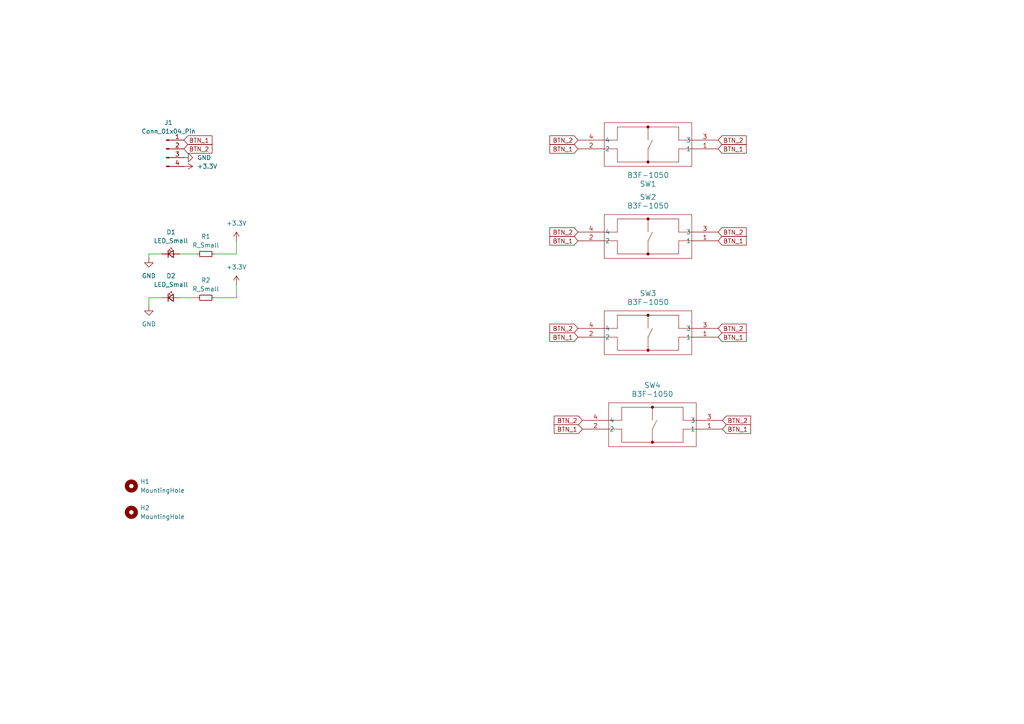
<source format=kicad_sch>
(kicad_sch
	(version 20231120)
	(generator "eeschema")
	(generator_version "8.0")
	(uuid "c6399d5b-af90-4236-8b84-8efefab4c55f")
	(paper "A4")
	(lib_symbols
		(symbol "B3F-1050:B3F-1050"
			(pin_names
				(offset 0.254)
			)
			(exclude_from_sim no)
			(in_bom yes)
			(on_board yes)
			(property "Reference" "SW"
				(at 20.32 10.16 0)
				(effects
					(font
						(size 1.524 1.524)
					)
				)
			)
			(property "Value" "B3F-1050"
				(at 20.32 7.62 0)
				(effects
					(font
						(size 1.524 1.524)
					)
				)
			)
			(property "Footprint" "SW_B3F-1050_OMR"
				(at 0 0 0)
				(effects
					(font
						(size 1.27 1.27)
						(italic yes)
					)
					(hide yes)
				)
			)
			(property "Datasheet" "B3F-1050"
				(at 0 0 0)
				(effects
					(font
						(size 1.27 1.27)
						(italic yes)
					)
					(hide yes)
				)
			)
			(property "Description" ""
				(at 0 0 0)
				(effects
					(font
						(size 1.27 1.27)
					)
					(hide yes)
				)
			)
			(property "ki_locked" ""
				(at 0 0 0)
				(effects
					(font
						(size 1.27 1.27)
					)
				)
			)
			(property "ki_keywords" "B3F-1050"
				(at 0 0 0)
				(effects
					(font
						(size 1.27 1.27)
					)
					(hide yes)
				)
			)
			(property "ki_fp_filters" "SW_B3F-1050_OMR"
				(at 0 0 0)
				(effects
					(font
						(size 1.27 1.27)
					)
					(hide yes)
				)
			)
			(symbol "B3F-1050_0_1"
				(polyline
					(pts
						(xy 7.62 -7.62) (xy 33.02 -7.62)
					)
					(stroke
						(width 0.127)
						(type default)
					)
					(fill
						(type none)
					)
				)
				(polyline
					(pts
						(xy 7.62 -2.54) (xy 11.43 -2.54)
					)
					(stroke
						(width 0.127)
						(type default)
					)
					(fill
						(type none)
					)
				)
				(polyline
					(pts
						(xy 7.62 0) (xy 11.43 0)
					)
					(stroke
						(width 0.127)
						(type default)
					)
					(fill
						(type none)
					)
				)
				(polyline
					(pts
						(xy 7.62 5.08) (xy 7.62 -7.62)
					)
					(stroke
						(width 0.127)
						(type default)
					)
					(fill
						(type none)
					)
				)
				(polyline
					(pts
						(xy 11.43 -6.35) (xy 29.21 -6.35)
					)
					(stroke
						(width 0.127)
						(type default)
					)
					(fill
						(type none)
					)
				)
				(polyline
					(pts
						(xy 11.43 -2.54) (xy 11.43 -6.35)
					)
					(stroke
						(width 0.127)
						(type default)
					)
					(fill
						(type none)
					)
				)
				(polyline
					(pts
						(xy 11.43 0) (xy 11.43 3.81)
					)
					(stroke
						(width 0.127)
						(type default)
					)
					(fill
						(type none)
					)
				)
				(polyline
					(pts
						(xy 20.32 -2.54) (xy 20.32 -6.35)
					)
					(stroke
						(width 0.127)
						(type default)
					)
					(fill
						(type none)
					)
				)
				(polyline
					(pts
						(xy 20.32 0) (xy 19.05 -2.54)
					)
					(stroke
						(width 0.127)
						(type default)
					)
					(fill
						(type none)
					)
				)
				(polyline
					(pts
						(xy 20.32 3.81) (xy 20.32 0)
					)
					(stroke
						(width 0.127)
						(type default)
					)
					(fill
						(type none)
					)
				)
				(polyline
					(pts
						(xy 29.21 -6.35) (xy 29.21 -2.54)
					)
					(stroke
						(width 0.127)
						(type default)
					)
					(fill
						(type none)
					)
				)
				(polyline
					(pts
						(xy 29.21 -2.54) (xy 33.02 -2.54)
					)
					(stroke
						(width 0.127)
						(type default)
					)
					(fill
						(type none)
					)
				)
				(polyline
					(pts
						(xy 29.21 0) (xy 29.21 3.81)
					)
					(stroke
						(width 0.127)
						(type default)
					)
					(fill
						(type none)
					)
				)
				(polyline
					(pts
						(xy 29.21 3.81) (xy 11.43 3.81)
					)
					(stroke
						(width 0.127)
						(type default)
					)
					(fill
						(type none)
					)
				)
				(polyline
					(pts
						(xy 33.02 -7.62) (xy 33.02 5.08)
					)
					(stroke
						(width 0.127)
						(type default)
					)
					(fill
						(type none)
					)
				)
				(polyline
					(pts
						(xy 33.02 0) (xy 29.21 0)
					)
					(stroke
						(width 0.127)
						(type default)
					)
					(fill
						(type none)
					)
				)
				(polyline
					(pts
						(xy 33.02 5.08) (xy 7.62 5.08)
					)
					(stroke
						(width 0.127)
						(type default)
					)
					(fill
						(type none)
					)
				)
				(circle
					(center 20.32 -6.35)
					(radius 0.254)
					(stroke
						(width 0.381)
						(type default)
					)
					(fill
						(type none)
					)
				)
				(circle
					(center 20.32 3.81)
					(radius 0.254)
					(stroke
						(width 0.381)
						(type default)
					)
					(fill
						(type none)
					)
				)
				(pin unspecified line
					(at 0 0 0)
					(length 7.62)
					(name "1"
						(effects
							(font
								(size 1.27 1.27)
							)
						)
					)
					(number "1"
						(effects
							(font
								(size 1.27 1.27)
							)
						)
					)
				)
				(pin unspecified line
					(at 40.64 0 180)
					(length 7.62)
					(name "2"
						(effects
							(font
								(size 1.27 1.27)
							)
						)
					)
					(number "2"
						(effects
							(font
								(size 1.27 1.27)
							)
						)
					)
				)
				(pin unspecified line
					(at 0 -2.54 0)
					(length 7.62)
					(name "3"
						(effects
							(font
								(size 1.27 1.27)
							)
						)
					)
					(number "3"
						(effects
							(font
								(size 1.27 1.27)
							)
						)
					)
				)
				(pin unspecified line
					(at 40.64 -2.54 180)
					(length 7.62)
					(name "4"
						(effects
							(font
								(size 1.27 1.27)
							)
						)
					)
					(number "4"
						(effects
							(font
								(size 1.27 1.27)
							)
						)
					)
				)
			)
		)
		(symbol "Connector:Conn_01x04_Pin"
			(pin_names
				(offset 1.016) hide)
			(exclude_from_sim no)
			(in_bom yes)
			(on_board yes)
			(property "Reference" "J"
				(at 0 5.08 0)
				(effects
					(font
						(size 1.27 1.27)
					)
				)
			)
			(property "Value" "Conn_01x04_Pin"
				(at 0 -7.62 0)
				(effects
					(font
						(size 1.27 1.27)
					)
				)
			)
			(property "Footprint" ""
				(at 0 0 0)
				(effects
					(font
						(size 1.27 1.27)
					)
					(hide yes)
				)
			)
			(property "Datasheet" "~"
				(at 0 0 0)
				(effects
					(font
						(size 1.27 1.27)
					)
					(hide yes)
				)
			)
			(property "Description" "Generic connector, single row, 01x04, script generated"
				(at 0 0 0)
				(effects
					(font
						(size 1.27 1.27)
					)
					(hide yes)
				)
			)
			(property "ki_locked" ""
				(at 0 0 0)
				(effects
					(font
						(size 1.27 1.27)
					)
				)
			)
			(property "ki_keywords" "connector"
				(at 0 0 0)
				(effects
					(font
						(size 1.27 1.27)
					)
					(hide yes)
				)
			)
			(property "ki_fp_filters" "Connector*:*_1x??_*"
				(at 0 0 0)
				(effects
					(font
						(size 1.27 1.27)
					)
					(hide yes)
				)
			)
			(symbol "Conn_01x04_Pin_1_1"
				(polyline
					(pts
						(xy 1.27 -5.08) (xy 0.8636 -5.08)
					)
					(stroke
						(width 0.1524)
						(type default)
					)
					(fill
						(type none)
					)
				)
				(polyline
					(pts
						(xy 1.27 -2.54) (xy 0.8636 -2.54)
					)
					(stroke
						(width 0.1524)
						(type default)
					)
					(fill
						(type none)
					)
				)
				(polyline
					(pts
						(xy 1.27 0) (xy 0.8636 0)
					)
					(stroke
						(width 0.1524)
						(type default)
					)
					(fill
						(type none)
					)
				)
				(polyline
					(pts
						(xy 1.27 2.54) (xy 0.8636 2.54)
					)
					(stroke
						(width 0.1524)
						(type default)
					)
					(fill
						(type none)
					)
				)
				(rectangle
					(start 0.8636 -4.953)
					(end 0 -5.207)
					(stroke
						(width 0.1524)
						(type default)
					)
					(fill
						(type outline)
					)
				)
				(rectangle
					(start 0.8636 -2.413)
					(end 0 -2.667)
					(stroke
						(width 0.1524)
						(type default)
					)
					(fill
						(type outline)
					)
				)
				(rectangle
					(start 0.8636 0.127)
					(end 0 -0.127)
					(stroke
						(width 0.1524)
						(type default)
					)
					(fill
						(type outline)
					)
				)
				(rectangle
					(start 0.8636 2.667)
					(end 0 2.413)
					(stroke
						(width 0.1524)
						(type default)
					)
					(fill
						(type outline)
					)
				)
				(pin passive line
					(at 5.08 2.54 180)
					(length 3.81)
					(name "Pin_1"
						(effects
							(font
								(size 1.27 1.27)
							)
						)
					)
					(number "1"
						(effects
							(font
								(size 1.27 1.27)
							)
						)
					)
				)
				(pin passive line
					(at 5.08 0 180)
					(length 3.81)
					(name "Pin_2"
						(effects
							(font
								(size 1.27 1.27)
							)
						)
					)
					(number "2"
						(effects
							(font
								(size 1.27 1.27)
							)
						)
					)
				)
				(pin passive line
					(at 5.08 -2.54 180)
					(length 3.81)
					(name "Pin_3"
						(effects
							(font
								(size 1.27 1.27)
							)
						)
					)
					(number "3"
						(effects
							(font
								(size 1.27 1.27)
							)
						)
					)
				)
				(pin passive line
					(at 5.08 -5.08 180)
					(length 3.81)
					(name "Pin_4"
						(effects
							(font
								(size 1.27 1.27)
							)
						)
					)
					(number "4"
						(effects
							(font
								(size 1.27 1.27)
							)
						)
					)
				)
			)
		)
		(symbol "Device:LED_Small"
			(pin_numbers hide)
			(pin_names
				(offset 0.254) hide)
			(exclude_from_sim no)
			(in_bom yes)
			(on_board yes)
			(property "Reference" "D"
				(at -1.27 3.175 0)
				(effects
					(font
						(size 1.27 1.27)
					)
					(justify left)
				)
			)
			(property "Value" "LED_Small"
				(at -4.445 -2.54 0)
				(effects
					(font
						(size 1.27 1.27)
					)
					(justify left)
				)
			)
			(property "Footprint" ""
				(at 0 0 90)
				(effects
					(font
						(size 1.27 1.27)
					)
					(hide yes)
				)
			)
			(property "Datasheet" "~"
				(at 0 0 90)
				(effects
					(font
						(size 1.27 1.27)
					)
					(hide yes)
				)
			)
			(property "Description" "Light emitting diode, small symbol"
				(at 0 0 0)
				(effects
					(font
						(size 1.27 1.27)
					)
					(hide yes)
				)
			)
			(property "ki_keywords" "LED diode light-emitting-diode"
				(at 0 0 0)
				(effects
					(font
						(size 1.27 1.27)
					)
					(hide yes)
				)
			)
			(property "ki_fp_filters" "LED* LED_SMD:* LED_THT:*"
				(at 0 0 0)
				(effects
					(font
						(size 1.27 1.27)
					)
					(hide yes)
				)
			)
			(symbol "LED_Small_0_1"
				(polyline
					(pts
						(xy -0.762 -1.016) (xy -0.762 1.016)
					)
					(stroke
						(width 0.254)
						(type default)
					)
					(fill
						(type none)
					)
				)
				(polyline
					(pts
						(xy 1.016 0) (xy -0.762 0)
					)
					(stroke
						(width 0)
						(type default)
					)
					(fill
						(type none)
					)
				)
				(polyline
					(pts
						(xy 0.762 -1.016) (xy -0.762 0) (xy 0.762 1.016) (xy 0.762 -1.016)
					)
					(stroke
						(width 0.254)
						(type default)
					)
					(fill
						(type none)
					)
				)
				(polyline
					(pts
						(xy 0 0.762) (xy -0.508 1.27) (xy -0.254 1.27) (xy -0.508 1.27) (xy -0.508 1.016)
					)
					(stroke
						(width 0)
						(type default)
					)
					(fill
						(type none)
					)
				)
				(polyline
					(pts
						(xy 0.508 1.27) (xy 0 1.778) (xy 0.254 1.778) (xy 0 1.778) (xy 0 1.524)
					)
					(stroke
						(width 0)
						(type default)
					)
					(fill
						(type none)
					)
				)
			)
			(symbol "LED_Small_1_1"
				(pin passive line
					(at -2.54 0 0)
					(length 1.778)
					(name "K"
						(effects
							(font
								(size 1.27 1.27)
							)
						)
					)
					(number "1"
						(effects
							(font
								(size 1.27 1.27)
							)
						)
					)
				)
				(pin passive line
					(at 2.54 0 180)
					(length 1.778)
					(name "A"
						(effects
							(font
								(size 1.27 1.27)
							)
						)
					)
					(number "2"
						(effects
							(font
								(size 1.27 1.27)
							)
						)
					)
				)
			)
		)
		(symbol "Device:R_Small"
			(pin_numbers hide)
			(pin_names
				(offset 0.254) hide)
			(exclude_from_sim no)
			(in_bom yes)
			(on_board yes)
			(property "Reference" "R"
				(at 0.762 0.508 0)
				(effects
					(font
						(size 1.27 1.27)
					)
					(justify left)
				)
			)
			(property "Value" "R_Small"
				(at 0.762 -1.016 0)
				(effects
					(font
						(size 1.27 1.27)
					)
					(justify left)
				)
			)
			(property "Footprint" ""
				(at 0 0 0)
				(effects
					(font
						(size 1.27 1.27)
					)
					(hide yes)
				)
			)
			(property "Datasheet" "~"
				(at 0 0 0)
				(effects
					(font
						(size 1.27 1.27)
					)
					(hide yes)
				)
			)
			(property "Description" "Resistor, small symbol"
				(at 0 0 0)
				(effects
					(font
						(size 1.27 1.27)
					)
					(hide yes)
				)
			)
			(property "ki_keywords" "R resistor"
				(at 0 0 0)
				(effects
					(font
						(size 1.27 1.27)
					)
					(hide yes)
				)
			)
			(property "ki_fp_filters" "R_*"
				(at 0 0 0)
				(effects
					(font
						(size 1.27 1.27)
					)
					(hide yes)
				)
			)
			(symbol "R_Small_0_1"
				(rectangle
					(start -0.762 1.778)
					(end 0.762 -1.778)
					(stroke
						(width 0.2032)
						(type default)
					)
					(fill
						(type none)
					)
				)
			)
			(symbol "R_Small_1_1"
				(pin passive line
					(at 0 2.54 270)
					(length 0.762)
					(name "~"
						(effects
							(font
								(size 1.27 1.27)
							)
						)
					)
					(number "1"
						(effects
							(font
								(size 1.27 1.27)
							)
						)
					)
				)
				(pin passive line
					(at 0 -2.54 90)
					(length 0.762)
					(name "~"
						(effects
							(font
								(size 1.27 1.27)
							)
						)
					)
					(number "2"
						(effects
							(font
								(size 1.27 1.27)
							)
						)
					)
				)
			)
		)
		(symbol "Mechanical:MountingHole"
			(pin_names
				(offset 1.016)
			)
			(exclude_from_sim yes)
			(in_bom no)
			(on_board yes)
			(property "Reference" "H"
				(at 0 5.08 0)
				(effects
					(font
						(size 1.27 1.27)
					)
				)
			)
			(property "Value" "MountingHole"
				(at 0 3.175 0)
				(effects
					(font
						(size 1.27 1.27)
					)
				)
			)
			(property "Footprint" ""
				(at 0 0 0)
				(effects
					(font
						(size 1.27 1.27)
					)
					(hide yes)
				)
			)
			(property "Datasheet" "~"
				(at 0 0 0)
				(effects
					(font
						(size 1.27 1.27)
					)
					(hide yes)
				)
			)
			(property "Description" "Mounting Hole without connection"
				(at 0 0 0)
				(effects
					(font
						(size 1.27 1.27)
					)
					(hide yes)
				)
			)
			(property "ki_keywords" "mounting hole"
				(at 0 0 0)
				(effects
					(font
						(size 1.27 1.27)
					)
					(hide yes)
				)
			)
			(property "ki_fp_filters" "MountingHole*"
				(at 0 0 0)
				(effects
					(font
						(size 1.27 1.27)
					)
					(hide yes)
				)
			)
			(symbol "MountingHole_0_1"
				(circle
					(center 0 0)
					(radius 1.27)
					(stroke
						(width 1.27)
						(type default)
					)
					(fill
						(type none)
					)
				)
			)
		)
		(symbol "power:+3.3V"
			(power)
			(pin_numbers hide)
			(pin_names
				(offset 0) hide)
			(exclude_from_sim no)
			(in_bom yes)
			(on_board yes)
			(property "Reference" "#PWR"
				(at 0 -3.81 0)
				(effects
					(font
						(size 1.27 1.27)
					)
					(hide yes)
				)
			)
			(property "Value" "+3.3V"
				(at 0 3.556 0)
				(effects
					(font
						(size 1.27 1.27)
					)
				)
			)
			(property "Footprint" ""
				(at 0 0 0)
				(effects
					(font
						(size 1.27 1.27)
					)
					(hide yes)
				)
			)
			(property "Datasheet" ""
				(at 0 0 0)
				(effects
					(font
						(size 1.27 1.27)
					)
					(hide yes)
				)
			)
			(property "Description" "Power symbol creates a global label with name \"+3.3V\""
				(at 0 0 0)
				(effects
					(font
						(size 1.27 1.27)
					)
					(hide yes)
				)
			)
			(property "ki_keywords" "global power"
				(at 0 0 0)
				(effects
					(font
						(size 1.27 1.27)
					)
					(hide yes)
				)
			)
			(symbol "+3.3V_0_1"
				(polyline
					(pts
						(xy -0.762 1.27) (xy 0 2.54)
					)
					(stroke
						(width 0)
						(type default)
					)
					(fill
						(type none)
					)
				)
				(polyline
					(pts
						(xy 0 0) (xy 0 2.54)
					)
					(stroke
						(width 0)
						(type default)
					)
					(fill
						(type none)
					)
				)
				(polyline
					(pts
						(xy 0 2.54) (xy 0.762 1.27)
					)
					(stroke
						(width 0)
						(type default)
					)
					(fill
						(type none)
					)
				)
			)
			(symbol "+3.3V_1_1"
				(pin power_in line
					(at 0 0 90)
					(length 0)
					(name "~"
						(effects
							(font
								(size 1.27 1.27)
							)
						)
					)
					(number "1"
						(effects
							(font
								(size 1.27 1.27)
							)
						)
					)
				)
			)
		)
		(symbol "power:GND"
			(power)
			(pin_numbers hide)
			(pin_names
				(offset 0) hide)
			(exclude_from_sim no)
			(in_bom yes)
			(on_board yes)
			(property "Reference" "#PWR"
				(at 0 -6.35 0)
				(effects
					(font
						(size 1.27 1.27)
					)
					(hide yes)
				)
			)
			(property "Value" "GND"
				(at 0 -3.81 0)
				(effects
					(font
						(size 1.27 1.27)
					)
				)
			)
			(property "Footprint" ""
				(at 0 0 0)
				(effects
					(font
						(size 1.27 1.27)
					)
					(hide yes)
				)
			)
			(property "Datasheet" ""
				(at 0 0 0)
				(effects
					(font
						(size 1.27 1.27)
					)
					(hide yes)
				)
			)
			(property "Description" "Power symbol creates a global label with name \"GND\" , ground"
				(at 0 0 0)
				(effects
					(font
						(size 1.27 1.27)
					)
					(hide yes)
				)
			)
			(property "ki_keywords" "global power"
				(at 0 0 0)
				(effects
					(font
						(size 1.27 1.27)
					)
					(hide yes)
				)
			)
			(symbol "GND_0_1"
				(polyline
					(pts
						(xy 0 0) (xy 0 -1.27) (xy 1.27 -1.27) (xy 0 -2.54) (xy -1.27 -1.27) (xy 0 -1.27)
					)
					(stroke
						(width 0)
						(type default)
					)
					(fill
						(type none)
					)
				)
			)
			(symbol "GND_1_1"
				(pin power_in line
					(at 0 0 270)
					(length 0)
					(name "~"
						(effects
							(font
								(size 1.27 1.27)
							)
						)
					)
					(number "1"
						(effects
							(font
								(size 1.27 1.27)
							)
						)
					)
				)
			)
		)
	)
	(wire
		(pts
			(xy 62.23 86.36) (xy 68.58 86.36)
		)
		(stroke
			(width 0)
			(type default)
		)
		(uuid "1735ace0-be44-4d81-ba93-e236f1e8c60d")
	)
	(wire
		(pts
			(xy 46.99 86.36) (xy 43.18 86.36)
		)
		(stroke
			(width 0)
			(type default)
		)
		(uuid "4ca21103-93ee-4f3a-853e-75ad5adf8377")
	)
	(wire
		(pts
			(xy 68.58 86.36) (xy 68.58 82.55)
		)
		(stroke
			(width 0)
			(type default)
		)
		(uuid "5390e58f-d959-42e3-82df-05330aada3b3")
	)
	(wire
		(pts
			(xy 43.18 73.66) (xy 43.18 74.93)
		)
		(stroke
			(width 0)
			(type default)
		)
		(uuid "5bfa8dcf-c4eb-4430-b798-8067c896fc7a")
	)
	(wire
		(pts
			(xy 46.99 73.66) (xy 43.18 73.66)
		)
		(stroke
			(width 0)
			(type default)
		)
		(uuid "ab8d8938-8f98-4245-8462-68326162cb80")
	)
	(wire
		(pts
			(xy 68.58 73.66) (xy 68.58 69.85)
		)
		(stroke
			(width 0)
			(type default)
		)
		(uuid "b9fee545-7137-49c8-9fe7-91ae96a865dc")
	)
	(wire
		(pts
			(xy 62.23 73.66) (xy 68.58 73.66)
		)
		(stroke
			(width 0)
			(type default)
		)
		(uuid "c472b096-fc1e-45ef-b50b-e27b2416f1ed")
	)
	(wire
		(pts
			(xy 43.18 86.36) (xy 43.18 88.9)
		)
		(stroke
			(width 0)
			(type default)
		)
		(uuid "ce75a1cb-ba74-4a82-a447-2f34b4f4ea02")
	)
	(wire
		(pts
			(xy 52.07 73.66) (xy 57.15 73.66)
		)
		(stroke
			(width 0)
			(type default)
		)
		(uuid "e2dd3634-783e-4de0-83a8-1dc9e953ed5f")
	)
	(wire
		(pts
			(xy 52.07 86.36) (xy 57.15 86.36)
		)
		(stroke
			(width 0)
			(type default)
		)
		(uuid "fdf91fa3-3c28-4add-9e72-ca9b53020a9f")
	)
	(global_label "BTN_2"
		(shape input)
		(at 208.28 40.64 0)
		(fields_autoplaced yes)
		(effects
			(font
				(size 1.27 1.27)
			)
			(justify left)
		)
		(uuid "0c5bf8f4-0dc1-41b3-80aa-d6138cd642d6")
		(property "Intersheetrefs" "${INTERSHEET_REFS}"
			(at 217.0104 40.64 0)
			(effects
				(font
					(size 1.27 1.27)
				)
				(justify left)
				(hide yes)
			)
		)
	)
	(global_label "BTN_1"
		(shape input)
		(at 53.34 40.64 0)
		(fields_autoplaced yes)
		(effects
			(font
				(size 1.27 1.27)
			)
			(justify left)
		)
		(uuid "1c21b87c-a17c-401e-aef5-54b69f5d5cf0")
		(property "Intersheetrefs" "${INTERSHEET_REFS}"
			(at 62.0704 40.64 0)
			(effects
				(font
					(size 1.27 1.27)
				)
				(justify left)
				(hide yes)
			)
		)
	)
	(global_label "BTN_1"
		(shape input)
		(at 208.28 43.18 0)
		(fields_autoplaced yes)
		(effects
			(font
				(size 1.27 1.27)
			)
			(justify left)
		)
		(uuid "282b3263-ea78-4089-95d5-2d83c22df31f")
		(property "Intersheetrefs" "${INTERSHEET_REFS}"
			(at 217.0104 43.18 0)
			(effects
				(font
					(size 1.27 1.27)
				)
				(justify left)
				(hide yes)
			)
		)
	)
	(global_label "BTN_2"
		(shape input)
		(at 167.64 95.25 180)
		(fields_autoplaced yes)
		(effects
			(font
				(size 1.27 1.27)
			)
			(justify right)
		)
		(uuid "2ebb0200-c534-4681-82b8-47dc71476c3a")
		(property "Intersheetrefs" "${INTERSHEET_REFS}"
			(at 158.9096 95.25 0)
			(effects
				(font
					(size 1.27 1.27)
				)
				(justify right)
				(hide yes)
			)
		)
	)
	(global_label "BTN_2"
		(shape input)
		(at 208.28 95.25 0)
		(fields_autoplaced yes)
		(effects
			(font
				(size 1.27 1.27)
			)
			(justify left)
		)
		(uuid "311cf2d8-7640-4af8-8dea-77e8b2736e34")
		(property "Intersheetrefs" "${INTERSHEET_REFS}"
			(at 217.0104 95.25 0)
			(effects
				(font
					(size 1.27 1.27)
				)
				(justify left)
				(hide yes)
			)
		)
	)
	(global_label "BTN_1"
		(shape input)
		(at 209.55 124.46 0)
		(fields_autoplaced yes)
		(effects
			(font
				(size 1.27 1.27)
			)
			(justify left)
		)
		(uuid "6985f9c7-2792-4dae-b9f1-2c6ef180c812")
		(property "Intersheetrefs" "${INTERSHEET_REFS}"
			(at 218.2804 124.46 0)
			(effects
				(font
					(size 1.27 1.27)
				)
				(justify left)
				(hide yes)
			)
		)
	)
	(global_label "BTN_1"
		(shape input)
		(at 208.28 97.79 0)
		(fields_autoplaced yes)
		(effects
			(font
				(size 1.27 1.27)
			)
			(justify left)
		)
		(uuid "6e04b6d4-56cf-426e-b754-4b5bc1b6ad8f")
		(property "Intersheetrefs" "${INTERSHEET_REFS}"
			(at 217.0104 97.79 0)
			(effects
				(font
					(size 1.27 1.27)
				)
				(justify left)
				(hide yes)
			)
		)
	)
	(global_label "BTN_1"
		(shape input)
		(at 167.64 97.79 180)
		(fields_autoplaced yes)
		(effects
			(font
				(size 1.27 1.27)
			)
			(justify right)
		)
		(uuid "6fbc13b8-776f-4acb-965a-8b60f7cdfb85")
		(property "Intersheetrefs" "${INTERSHEET_REFS}"
			(at 158.9096 97.79 0)
			(effects
				(font
					(size 1.27 1.27)
				)
				(justify right)
				(hide yes)
			)
		)
	)
	(global_label "BTN_2"
		(shape input)
		(at 53.34 43.18 0)
		(fields_autoplaced yes)
		(effects
			(font
				(size 1.27 1.27)
			)
			(justify left)
		)
		(uuid "995b4dcb-354d-43a4-b7fa-b189e0247f7e")
		(property "Intersheetrefs" "${INTERSHEET_REFS}"
			(at 62.0704 43.18 0)
			(effects
				(font
					(size 1.27 1.27)
				)
				(justify left)
				(hide yes)
			)
		)
	)
	(global_label "BTN_1"
		(shape input)
		(at 208.28 69.85 0)
		(fields_autoplaced yes)
		(effects
			(font
				(size 1.27 1.27)
			)
			(justify left)
		)
		(uuid "a17bdf30-33f6-4262-8707-aae354707244")
		(property "Intersheetrefs" "${INTERSHEET_REFS}"
			(at 217.0104 69.85 0)
			(effects
				(font
					(size 1.27 1.27)
				)
				(justify left)
				(hide yes)
			)
		)
	)
	(global_label "BTN_2"
		(shape input)
		(at 208.28 67.31 0)
		(fields_autoplaced yes)
		(effects
			(font
				(size 1.27 1.27)
			)
			(justify left)
		)
		(uuid "a9fd6806-e9ec-46a6-89f6-babf6e031a0b")
		(property "Intersheetrefs" "${INTERSHEET_REFS}"
			(at 217.0104 67.31 0)
			(effects
				(font
					(size 1.27 1.27)
				)
				(justify left)
				(hide yes)
			)
		)
	)
	(global_label "BTN_2"
		(shape input)
		(at 209.55 121.92 0)
		(fields_autoplaced yes)
		(effects
			(font
				(size 1.27 1.27)
			)
			(justify left)
		)
		(uuid "ab718bb7-c02a-413c-8a67-e6add70bc0a6")
		(property "Intersheetrefs" "${INTERSHEET_REFS}"
			(at 218.2804 121.92 0)
			(effects
				(font
					(size 1.27 1.27)
				)
				(justify left)
				(hide yes)
			)
		)
	)
	(global_label "BTN_2"
		(shape input)
		(at 167.64 67.31 180)
		(fields_autoplaced yes)
		(effects
			(font
				(size 1.27 1.27)
			)
			(justify right)
		)
		(uuid "d1462bed-7bf3-4914-af84-803c93bcfcc8")
		(property "Intersheetrefs" "${INTERSHEET_REFS}"
			(at 158.9096 67.31 0)
			(effects
				(font
					(size 1.27 1.27)
				)
				(justify right)
				(hide yes)
			)
		)
	)
	(global_label "BTN_1"
		(shape input)
		(at 167.64 69.85 180)
		(fields_autoplaced yes)
		(effects
			(font
				(size 1.27 1.27)
			)
			(justify right)
		)
		(uuid "d57cb771-8293-43ad-943e-bc9e917dd581")
		(property "Intersheetrefs" "${INTERSHEET_REFS}"
			(at 158.9096 69.85 0)
			(effects
				(font
					(size 1.27 1.27)
				)
				(justify right)
				(hide yes)
			)
		)
	)
	(global_label "BTN_2"
		(shape input)
		(at 167.64 40.64 180)
		(fields_autoplaced yes)
		(effects
			(font
				(size 1.27 1.27)
			)
			(justify right)
		)
		(uuid "d8ed6a21-1757-462c-ad04-be497d6a7cbb")
		(property "Intersheetrefs" "${INTERSHEET_REFS}"
			(at 158.9096 40.64 0)
			(effects
				(font
					(size 1.27 1.27)
				)
				(justify right)
				(hide yes)
			)
		)
	)
	(global_label "BTN_1"
		(shape input)
		(at 167.64 43.18 180)
		(fields_autoplaced yes)
		(effects
			(font
				(size 1.27 1.27)
			)
			(justify right)
		)
		(uuid "ee6f3354-4188-4513-9932-f8236731f368")
		(property "Intersheetrefs" "${INTERSHEET_REFS}"
			(at 158.9096 43.18 0)
			(effects
				(font
					(size 1.27 1.27)
				)
				(justify right)
				(hide yes)
			)
		)
	)
	(global_label "BTN_1"
		(shape input)
		(at 168.91 124.46 180)
		(fields_autoplaced yes)
		(effects
			(font
				(size 1.27 1.27)
			)
			(justify right)
		)
		(uuid "f6782600-38ff-4e5b-9104-995cd988f2f2")
		(property "Intersheetrefs" "${INTERSHEET_REFS}"
			(at 160.1796 124.46 0)
			(effects
				(font
					(size 1.27 1.27)
				)
				(justify right)
				(hide yes)
			)
		)
	)
	(global_label "BTN_2"
		(shape input)
		(at 168.91 121.92 180)
		(fields_autoplaced yes)
		(effects
			(font
				(size 1.27 1.27)
			)
			(justify right)
		)
		(uuid "f7fce7ca-3d9a-4190-842b-f46959000482")
		(property "Intersheetrefs" "${INTERSHEET_REFS}"
			(at 160.1796 121.92 0)
			(effects
				(font
					(size 1.27 1.27)
				)
				(justify right)
				(hide yes)
			)
		)
	)
	(symbol
		(lib_id "Device:LED_Small")
		(at 49.53 86.36 0)
		(unit 1)
		(exclude_from_sim no)
		(in_bom yes)
		(on_board yes)
		(dnp no)
		(fields_autoplaced yes)
		(uuid "0cec38e0-149a-41a1-8ce0-3b696ea19d7c")
		(property "Reference" "D2"
			(at 49.5935 80.01 0)
			(effects
				(font
					(size 1.27 1.27)
				)
			)
		)
		(property "Value" "LED_Small"
			(at 49.5935 82.55 0)
			(effects
				(font
					(size 1.27 1.27)
				)
			)
		)
		(property "Footprint" "LED_SMD:LED_0805_2012Metric"
			(at 49.53 86.36 90)
			(effects
				(font
					(size 1.27 1.27)
				)
				(hide yes)
			)
		)
		(property "Datasheet" "~"
			(at 49.53 86.36 90)
			(effects
				(font
					(size 1.27 1.27)
				)
				(hide yes)
			)
		)
		(property "Description" "Light emitting diode, small symbol"
			(at 49.53 86.36 0)
			(effects
				(font
					(size 1.27 1.27)
				)
				(hide yes)
			)
		)
		(pin "1"
			(uuid "573f3fcc-298f-408f-bf8f-b3b281d8bff1")
		)
		(pin "2"
			(uuid "43c858ef-b9f5-4676-b6ef-9ff4b4dab720")
		)
		(instances
			(project "Button100mm"
				(path "/c6399d5b-af90-4236-8b84-8efefab4c55f"
					(reference "D2")
					(unit 1)
				)
			)
		)
	)
	(symbol
		(lib_id "Device:R_Small")
		(at 59.69 73.66 90)
		(unit 1)
		(exclude_from_sim no)
		(in_bom yes)
		(on_board yes)
		(dnp no)
		(fields_autoplaced yes)
		(uuid "110d34e1-4324-44a8-9840-1be62562191d")
		(property "Reference" "R1"
			(at 59.69 68.58 90)
			(effects
				(font
					(size 1.27 1.27)
				)
			)
		)
		(property "Value" "R_Small"
			(at 59.69 71.12 90)
			(effects
				(font
					(size 1.27 1.27)
				)
			)
		)
		(property "Footprint" "Resistor_SMD:R_0805_2012Metric"
			(at 59.69 73.66 0)
			(effects
				(font
					(size 1.27 1.27)
				)
				(hide yes)
			)
		)
		(property "Datasheet" "~"
			(at 59.69 73.66 0)
			(effects
				(font
					(size 1.27 1.27)
				)
				(hide yes)
			)
		)
		(property "Description" "Resistor, small symbol"
			(at 59.69 73.66 0)
			(effects
				(font
					(size 1.27 1.27)
				)
				(hide yes)
			)
		)
		(pin "2"
			(uuid "43600622-63e6-474e-b386-513c9572cd62")
		)
		(pin "1"
			(uuid "4a2af263-9214-48bd-98cc-75487739d3d0")
		)
		(instances
			(project ""
				(path "/c6399d5b-af90-4236-8b84-8efefab4c55f"
					(reference "R1")
					(unit 1)
				)
			)
		)
	)
	(symbol
		(lib_id "power:GND")
		(at 43.18 74.93 0)
		(unit 1)
		(exclude_from_sim no)
		(in_bom yes)
		(on_board yes)
		(dnp no)
		(fields_autoplaced yes)
		(uuid "201d9e86-1aca-491d-805a-56a590921bf9")
		(property "Reference" "#PWR010"
			(at 43.18 81.28 0)
			(effects
				(font
					(size 1.27 1.27)
				)
				(hide yes)
			)
		)
		(property "Value" "GND"
			(at 43.18 80.01 0)
			(effects
				(font
					(size 1.27 1.27)
				)
			)
		)
		(property "Footprint" ""
			(at 43.18 74.93 0)
			(effects
				(font
					(size 1.27 1.27)
				)
				(hide yes)
			)
		)
		(property "Datasheet" ""
			(at 43.18 74.93 0)
			(effects
				(font
					(size 1.27 1.27)
				)
				(hide yes)
			)
		)
		(property "Description" "Power symbol creates a global label with name \"GND\" , ground"
			(at 43.18 74.93 0)
			(effects
				(font
					(size 1.27 1.27)
				)
				(hide yes)
			)
		)
		(pin "1"
			(uuid "bfca1910-785b-42b8-9c9e-ba87dc67c581")
		)
		(instances
			(project "Button100mm"
				(path "/c6399d5b-af90-4236-8b84-8efefab4c55f"
					(reference "#PWR010")
					(unit 1)
				)
			)
		)
	)
	(symbol
		(lib_id "power:+3.3V")
		(at 68.58 69.85 0)
		(unit 1)
		(exclude_from_sim no)
		(in_bom yes)
		(on_board yes)
		(dnp no)
		(fields_autoplaced yes)
		(uuid "2135131e-c7ff-4419-996f-0ff846a7e747")
		(property "Reference" "#PWR07"
			(at 68.58 73.66 0)
			(effects
				(font
					(size 1.27 1.27)
				)
				(hide yes)
			)
		)
		(property "Value" "+3.3V"
			(at 68.58 64.77 0)
			(effects
				(font
					(size 1.27 1.27)
				)
			)
		)
		(property "Footprint" ""
			(at 68.58 69.85 0)
			(effects
				(font
					(size 1.27 1.27)
				)
				(hide yes)
			)
		)
		(property "Datasheet" ""
			(at 68.58 69.85 0)
			(effects
				(font
					(size 1.27 1.27)
				)
				(hide yes)
			)
		)
		(property "Description" "Power symbol creates a global label with name \"+3.3V\""
			(at 68.58 69.85 0)
			(effects
				(font
					(size 1.27 1.27)
				)
				(hide yes)
			)
		)
		(pin "1"
			(uuid "7c42cac7-d979-4a39-a29c-3f418b889788")
		)
		(instances
			(project "Button100mm"
				(path "/c6399d5b-af90-4236-8b84-8efefab4c55f"
					(reference "#PWR07")
					(unit 1)
				)
			)
		)
	)
	(symbol
		(lib_id "power:GND")
		(at 43.18 88.9 0)
		(unit 1)
		(exclude_from_sim no)
		(in_bom yes)
		(on_board yes)
		(dnp no)
		(fields_autoplaced yes)
		(uuid "25147efb-6b8e-475d-bfed-71ce65bd07e7")
		(property "Reference" "#PWR09"
			(at 43.18 95.25 0)
			(effects
				(font
					(size 1.27 1.27)
				)
				(hide yes)
			)
		)
		(property "Value" "GND"
			(at 43.18 93.98 0)
			(effects
				(font
					(size 1.27 1.27)
				)
			)
		)
		(property "Footprint" ""
			(at 43.18 88.9 0)
			(effects
				(font
					(size 1.27 1.27)
				)
				(hide yes)
			)
		)
		(property "Datasheet" ""
			(at 43.18 88.9 0)
			(effects
				(font
					(size 1.27 1.27)
				)
				(hide yes)
			)
		)
		(property "Description" "Power symbol creates a global label with name \"GND\" , ground"
			(at 43.18 88.9 0)
			(effects
				(font
					(size 1.27 1.27)
				)
				(hide yes)
			)
		)
		(pin "1"
			(uuid "2b333615-c38f-437e-9f0a-05f4ce008195")
		)
		(instances
			(project "Button100mm"
				(path "/c6399d5b-af90-4236-8b84-8efefab4c55f"
					(reference "#PWR09")
					(unit 1)
				)
			)
		)
	)
	(symbol
		(lib_id "B3F-1050:B3F-1050")
		(at 208.28 43.18 180)
		(unit 1)
		(exclude_from_sim no)
		(in_bom yes)
		(on_board yes)
		(dnp no)
		(uuid "38128694-f43f-40b7-9a1e-22bce24ebf8d")
		(property "Reference" "SW1"
			(at 187.96 53.34 0)
			(effects
				(font
					(size 1.524 1.524)
				)
			)
		)
		(property "Value" "B3F-1050"
			(at 187.96 50.8 0)
			(effects
				(font
					(size 1.524 1.524)
				)
			)
		)
		(property "Footprint" "Footprints:SW_B3F-1050_OMR"
			(at 208.28 43.18 0)
			(effects
				(font
					(size 1.27 1.27)
					(italic yes)
				)
				(hide yes)
			)
		)
		(property "Datasheet" "B3F-1050"
			(at 208.28 43.18 0)
			(effects
				(font
					(size 1.27 1.27)
					(italic yes)
				)
				(hide yes)
			)
		)
		(property "Description" ""
			(at 208.28 43.18 0)
			(effects
				(font
					(size 1.27 1.27)
				)
				(hide yes)
			)
		)
		(pin "4"
			(uuid "f9c268de-7710-4fb9-8236-8291aab29bd8")
		)
		(pin "1"
			(uuid "0ec26053-7a3e-4dbd-b8a3-a349c3b65620")
		)
		(pin "2"
			(uuid "0c48bfbd-7305-4c66-a88b-96a597d16f95")
		)
		(pin "3"
			(uuid "f8ab73c2-eea2-4701-92af-efc34358dd4a")
		)
		(instances
			(project ""
				(path "/c6399d5b-af90-4236-8b84-8efefab4c55f"
					(reference "SW1")
					(unit 1)
				)
			)
		)
	)
	(symbol
		(lib_id "power:GND")
		(at 53.34 45.72 90)
		(unit 1)
		(exclude_from_sim no)
		(in_bom yes)
		(on_board yes)
		(dnp no)
		(fields_autoplaced yes)
		(uuid "4a91cb8b-26ca-4443-a9ae-160d99efe48c")
		(property "Reference" "#PWR01"
			(at 59.69 45.72 0)
			(effects
				(font
					(size 1.27 1.27)
				)
				(hide yes)
			)
		)
		(property "Value" "GND"
			(at 57.15 45.7199 90)
			(effects
				(font
					(size 1.27 1.27)
				)
				(justify right)
			)
		)
		(property "Footprint" ""
			(at 53.34 45.72 0)
			(effects
				(font
					(size 1.27 1.27)
				)
				(hide yes)
			)
		)
		(property "Datasheet" ""
			(at 53.34 45.72 0)
			(effects
				(font
					(size 1.27 1.27)
				)
				(hide yes)
			)
		)
		(property "Description" "Power symbol creates a global label with name \"GND\" , ground"
			(at 53.34 45.72 0)
			(effects
				(font
					(size 1.27 1.27)
				)
				(hide yes)
			)
		)
		(pin "1"
			(uuid "8158cba4-ab2c-4d4c-8d98-43a8ffdcbde8")
		)
		(instances
			(project ""
				(path "/c6399d5b-af90-4236-8b84-8efefab4c55f"
					(reference "#PWR01")
					(unit 1)
				)
			)
		)
	)
	(symbol
		(lib_id "Device:R_Small")
		(at 59.69 86.36 90)
		(unit 1)
		(exclude_from_sim no)
		(in_bom yes)
		(on_board yes)
		(dnp no)
		(fields_autoplaced yes)
		(uuid "4b1d96b0-a3a9-4be8-90dc-3d0eb89a95e5")
		(property "Reference" "R2"
			(at 59.69 81.28 90)
			(effects
				(font
					(size 1.27 1.27)
				)
			)
		)
		(property "Value" "R_Small"
			(at 59.69 83.82 90)
			(effects
				(font
					(size 1.27 1.27)
				)
			)
		)
		(property "Footprint" "Resistor_SMD:R_0805_2012Metric"
			(at 59.69 86.36 0)
			(effects
				(font
					(size 1.27 1.27)
				)
				(hide yes)
			)
		)
		(property "Datasheet" "~"
			(at 59.69 86.36 0)
			(effects
				(font
					(size 1.27 1.27)
				)
				(hide yes)
			)
		)
		(property "Description" "Resistor, small symbol"
			(at 59.69 86.36 0)
			(effects
				(font
					(size 1.27 1.27)
				)
				(hide yes)
			)
		)
		(pin "2"
			(uuid "7859aa6d-1be7-47ba-a267-75ce3e940168")
		)
		(pin "1"
			(uuid "a19e8258-3d14-4292-9596-73b4ccb12e8c")
		)
		(instances
			(project "Button100mm"
				(path "/c6399d5b-af90-4236-8b84-8efefab4c55f"
					(reference "R2")
					(unit 1)
				)
			)
		)
	)
	(symbol
		(lib_id "B3F-1050:B3F-1050")
		(at 208.28 69.85 180)
		(unit 1)
		(exclude_from_sim no)
		(in_bom yes)
		(on_board yes)
		(dnp no)
		(fields_autoplaced yes)
		(uuid "61251e8f-1d2f-4421-b263-85e428b2d91c")
		(property "Reference" "SW2"
			(at 187.96 57.15 0)
			(effects
				(font
					(size 1.524 1.524)
				)
			)
		)
		(property "Value" "B3F-1050"
			(at 187.96 59.69 0)
			(effects
				(font
					(size 1.524 1.524)
				)
			)
		)
		(property "Footprint" "Footprints:SW_B3F-1050_OMR"
			(at 208.28 69.85 0)
			(effects
				(font
					(size 1.27 1.27)
					(italic yes)
				)
				(hide yes)
			)
		)
		(property "Datasheet" "B3F-1050"
			(at 208.28 69.85 0)
			(effects
				(font
					(size 1.27 1.27)
					(italic yes)
				)
				(hide yes)
			)
		)
		(property "Description" ""
			(at 208.28 69.85 0)
			(effects
				(font
					(size 1.27 1.27)
				)
				(hide yes)
			)
		)
		(pin "4"
			(uuid "b8263957-c70a-4dfc-b064-f341a6e002c6")
		)
		(pin "1"
			(uuid "7b0b4f50-2fe6-4a3e-81e7-2324471beab6")
		)
		(pin "2"
			(uuid "b76881a8-daca-4298-a5f0-853208241107")
		)
		(pin "3"
			(uuid "35fb9b6a-9203-48cb-80d3-84f294b9d62d")
		)
		(instances
			(project "Button100mm"
				(path "/c6399d5b-af90-4236-8b84-8efefab4c55f"
					(reference "SW2")
					(unit 1)
				)
			)
		)
	)
	(symbol
		(lib_id "power:+3.3V")
		(at 53.34 48.26 270)
		(unit 1)
		(exclude_from_sim no)
		(in_bom yes)
		(on_board yes)
		(dnp no)
		(fields_autoplaced yes)
		(uuid "78f381b3-9727-4fe1-aa2f-5211254f2f59")
		(property "Reference" "#PWR02"
			(at 49.53 48.26 0)
			(effects
				(font
					(size 1.27 1.27)
				)
				(hide yes)
			)
		)
		(property "Value" "+3.3V"
			(at 57.15 48.2599 90)
			(effects
				(font
					(size 1.27 1.27)
				)
				(justify left)
			)
		)
		(property "Footprint" ""
			(at 53.34 48.26 0)
			(effects
				(font
					(size 1.27 1.27)
				)
				(hide yes)
			)
		)
		(property "Datasheet" ""
			(at 53.34 48.26 0)
			(effects
				(font
					(size 1.27 1.27)
				)
				(hide yes)
			)
		)
		(property "Description" "Power symbol creates a global label with name \"+3.3V\""
			(at 53.34 48.26 0)
			(effects
				(font
					(size 1.27 1.27)
				)
				(hide yes)
			)
		)
		(pin "1"
			(uuid "70498cec-d5bd-4b4a-bcf5-8b89bcc1e355")
		)
		(instances
			(project ""
				(path "/c6399d5b-af90-4236-8b84-8efefab4c55f"
					(reference "#PWR02")
					(unit 1)
				)
			)
		)
	)
	(symbol
		(lib_id "B3F-1050:B3F-1050")
		(at 208.28 97.79 180)
		(unit 1)
		(exclude_from_sim no)
		(in_bom yes)
		(on_board yes)
		(dnp no)
		(fields_autoplaced yes)
		(uuid "7cbf10e3-2e7e-40a8-a168-96d32db067be")
		(property "Reference" "SW3"
			(at 187.96 85.09 0)
			(effects
				(font
					(size 1.524 1.524)
				)
			)
		)
		(property "Value" "B3F-1050"
			(at 187.96 87.63 0)
			(effects
				(font
					(size 1.524 1.524)
				)
			)
		)
		(property "Footprint" "Footprints:SW_B3F-1050_OMR"
			(at 208.28 97.79 0)
			(effects
				(font
					(size 1.27 1.27)
					(italic yes)
				)
				(hide yes)
			)
		)
		(property "Datasheet" "B3F-1050"
			(at 208.28 97.79 0)
			(effects
				(font
					(size 1.27 1.27)
					(italic yes)
				)
				(hide yes)
			)
		)
		(property "Description" ""
			(at 208.28 97.79 0)
			(effects
				(font
					(size 1.27 1.27)
				)
				(hide yes)
			)
		)
		(pin "4"
			(uuid "38df78a5-37e9-49b0-8341-bb563ea7bea7")
		)
		(pin "1"
			(uuid "faf0d0db-bbd9-4af6-91b3-7f80738f8202")
		)
		(pin "2"
			(uuid "367c1356-7365-4387-919b-b144e3ad967a")
		)
		(pin "3"
			(uuid "ee10089b-3695-4dbf-8c2d-cf62d70be284")
		)
		(instances
			(project "Button100mm"
				(path "/c6399d5b-af90-4236-8b84-8efefab4c55f"
					(reference "SW3")
					(unit 1)
				)
			)
		)
	)
	(symbol
		(lib_id "Device:LED_Small")
		(at 49.53 73.66 0)
		(unit 1)
		(exclude_from_sim no)
		(in_bom yes)
		(on_board yes)
		(dnp no)
		(fields_autoplaced yes)
		(uuid "8cafd7f6-94fc-407c-a2a0-0160385dde52")
		(property "Reference" "D1"
			(at 49.5935 67.31 0)
			(effects
				(font
					(size 1.27 1.27)
				)
			)
		)
		(property "Value" "LED_Small"
			(at 49.5935 69.85 0)
			(effects
				(font
					(size 1.27 1.27)
				)
			)
		)
		(property "Footprint" "LED_SMD:LED_0805_2012Metric"
			(at 49.53 73.66 90)
			(effects
				(font
					(size 1.27 1.27)
				)
				(hide yes)
			)
		)
		(property "Datasheet" "~"
			(at 49.53 73.66 90)
			(effects
				(font
					(size 1.27 1.27)
				)
				(hide yes)
			)
		)
		(property "Description" "Light emitting diode, small symbol"
			(at 49.53 73.66 0)
			(effects
				(font
					(size 1.27 1.27)
				)
				(hide yes)
			)
		)
		(pin "1"
			(uuid "81ed9c42-aa02-4fbd-bc89-70687e3c2ea2")
		)
		(pin "2"
			(uuid "49f012c6-2cde-44c4-baea-ecd95536fbd0")
		)
		(instances
			(project ""
				(path "/c6399d5b-af90-4236-8b84-8efefab4c55f"
					(reference "D1")
					(unit 1)
				)
			)
		)
	)
	(symbol
		(lib_id "power:+3.3V")
		(at 68.58 82.55 0)
		(unit 1)
		(exclude_from_sim no)
		(in_bom yes)
		(on_board yes)
		(dnp no)
		(fields_autoplaced yes)
		(uuid "c06eac15-19d1-4bc6-a6d2-5c2994bbbbfb")
		(property "Reference" "#PWR06"
			(at 68.58 86.36 0)
			(effects
				(font
					(size 1.27 1.27)
				)
				(hide yes)
			)
		)
		(property "Value" "+3.3V"
			(at 68.58 77.47 0)
			(effects
				(font
					(size 1.27 1.27)
				)
			)
		)
		(property "Footprint" ""
			(at 68.58 82.55 0)
			(effects
				(font
					(size 1.27 1.27)
				)
				(hide yes)
			)
		)
		(property "Datasheet" ""
			(at 68.58 82.55 0)
			(effects
				(font
					(size 1.27 1.27)
				)
				(hide yes)
			)
		)
		(property "Description" "Power symbol creates a global label with name \"+3.3V\""
			(at 68.58 82.55 0)
			(effects
				(font
					(size 1.27 1.27)
				)
				(hide yes)
			)
		)
		(pin "1"
			(uuid "e349ba7d-0023-41f1-aecd-ad296e5a70e3")
		)
		(instances
			(project "Button100mm"
				(path "/c6399d5b-af90-4236-8b84-8efefab4c55f"
					(reference "#PWR06")
					(unit 1)
				)
			)
		)
	)
	(symbol
		(lib_id "B3F-1050:B3F-1050")
		(at 209.55 124.46 180)
		(unit 1)
		(exclude_from_sim no)
		(in_bom yes)
		(on_board yes)
		(dnp no)
		(fields_autoplaced yes)
		(uuid "d323ee1b-d775-45d3-93db-e67bcfad36e7")
		(property "Reference" "SW4"
			(at 189.23 111.76 0)
			(effects
				(font
					(size 1.524 1.524)
				)
			)
		)
		(property "Value" "B3F-1050"
			(at 189.23 114.3 0)
			(effects
				(font
					(size 1.524 1.524)
				)
			)
		)
		(property "Footprint" "Footprints:SW_B3F-1050_OMR"
			(at 209.55 124.46 0)
			(effects
				(font
					(size 1.27 1.27)
					(italic yes)
				)
				(hide yes)
			)
		)
		(property "Datasheet" "B3F-1050"
			(at 209.55 124.46 0)
			(effects
				(font
					(size 1.27 1.27)
					(italic yes)
				)
				(hide yes)
			)
		)
		(property "Description" ""
			(at 209.55 124.46 0)
			(effects
				(font
					(size 1.27 1.27)
				)
				(hide yes)
			)
		)
		(pin "4"
			(uuid "49d021c7-0d84-4553-a9f0-a15d50a481ab")
		)
		(pin "1"
			(uuid "4d4345b8-3e19-442f-ac7c-0d823122e761")
		)
		(pin "2"
			(uuid "d5f4a8a7-62cd-4c16-b915-a06dff2c9aca")
		)
		(pin "3"
			(uuid "6873537a-5e3f-4ab8-9cd0-58170c58aa7f")
		)
		(instances
			(project "Button100mm"
				(path "/c6399d5b-af90-4236-8b84-8efefab4c55f"
					(reference "SW4")
					(unit 1)
				)
			)
		)
	)
	(symbol
		(lib_id "Mechanical:MountingHole")
		(at 38.1 140.97 0)
		(unit 1)
		(exclude_from_sim yes)
		(in_bom no)
		(on_board yes)
		(dnp no)
		(fields_autoplaced yes)
		(uuid "e91f30a1-87a9-4fd3-a512-a2d1e27a0836")
		(property "Reference" "H1"
			(at 40.64 139.6999 0)
			(effects
				(font
					(size 1.27 1.27)
				)
				(justify left)
			)
		)
		(property "Value" "MountingHole"
			(at 40.64 142.2399 0)
			(effects
				(font
					(size 1.27 1.27)
				)
				(justify left)
			)
		)
		(property "Footprint" "MountingHole:MountingHole_2.7mm_M2.5"
			(at 38.1 140.97 0)
			(effects
				(font
					(size 1.27 1.27)
				)
				(hide yes)
			)
		)
		(property "Datasheet" "~"
			(at 38.1 140.97 0)
			(effects
				(font
					(size 1.27 1.27)
				)
				(hide yes)
			)
		)
		(property "Description" "Mounting Hole without connection"
			(at 38.1 140.97 0)
			(effects
				(font
					(size 1.27 1.27)
				)
				(hide yes)
			)
		)
		(instances
			(project ""
				(path "/c6399d5b-af90-4236-8b84-8efefab4c55f"
					(reference "H1")
					(unit 1)
				)
			)
		)
	)
	(symbol
		(lib_id "Connector:Conn_01x04_Pin")
		(at 48.26 43.18 0)
		(unit 1)
		(exclude_from_sim no)
		(in_bom yes)
		(on_board yes)
		(dnp no)
		(fields_autoplaced yes)
		(uuid "ed751450-ac49-47a8-8a89-c2f21ad01f8e")
		(property "Reference" "J1"
			(at 48.895 35.56 0)
			(effects
				(font
					(size 1.27 1.27)
				)
			)
		)
		(property "Value" "Conn_01x04_Pin"
			(at 48.895 38.1 0)
			(effects
				(font
					(size 1.27 1.27)
				)
			)
		)
		(property "Footprint" "Connector_JST:JST_XH_B4B-XH-A_1x04_P2.50mm_Vertical"
			(at 48.26 43.18 0)
			(effects
				(font
					(size 1.27 1.27)
				)
				(hide yes)
			)
		)
		(property "Datasheet" "~"
			(at 48.26 43.18 0)
			(effects
				(font
					(size 1.27 1.27)
				)
				(hide yes)
			)
		)
		(property "Description" "Generic connector, single row, 01x04, script generated"
			(at 48.26 43.18 0)
			(effects
				(font
					(size 1.27 1.27)
				)
				(hide yes)
			)
		)
		(pin "1"
			(uuid "29638a10-f3d6-4ffa-ab88-dfc55850e681")
		)
		(pin "4"
			(uuid "275b43c9-f2c8-41f1-92f9-0a14f9253dc0")
		)
		(pin "3"
			(uuid "69dce637-899e-41dc-962f-c9e25fb11ba7")
		)
		(pin "2"
			(uuid "06ac1994-cfac-4ca2-8ac7-c6b2d1842e8e")
		)
		(instances
			(project ""
				(path "/c6399d5b-af90-4236-8b84-8efefab4c55f"
					(reference "J1")
					(unit 1)
				)
			)
		)
	)
	(symbol
		(lib_id "Mechanical:MountingHole")
		(at 38.1 148.59 0)
		(unit 1)
		(exclude_from_sim yes)
		(in_bom no)
		(on_board yes)
		(dnp no)
		(fields_autoplaced yes)
		(uuid "efc6ad30-90d4-4bc1-9390-ad2c822d5f86")
		(property "Reference" "H2"
			(at 40.64 147.3199 0)
			(effects
				(font
					(size 1.27 1.27)
				)
				(justify left)
			)
		)
		(property "Value" "MountingHole"
			(at 40.64 149.8599 0)
			(effects
				(font
					(size 1.27 1.27)
				)
				(justify left)
			)
		)
		(property "Footprint" "MountingHole:MountingHole_2.7mm_M2.5"
			(at 38.1 148.59 0)
			(effects
				(font
					(size 1.27 1.27)
				)
				(hide yes)
			)
		)
		(property "Datasheet" "~"
			(at 38.1 148.59 0)
			(effects
				(font
					(size 1.27 1.27)
				)
				(hide yes)
			)
		)
		(property "Description" "Mounting Hole without connection"
			(at 38.1 148.59 0)
			(effects
				(font
					(size 1.27 1.27)
				)
				(hide yes)
			)
		)
		(instances
			(project "Button100mm"
				(path "/c6399d5b-af90-4236-8b84-8efefab4c55f"
					(reference "H2")
					(unit 1)
				)
			)
		)
	)
	(sheet_instances
		(path "/"
			(page "1")
		)
	)
)

</source>
